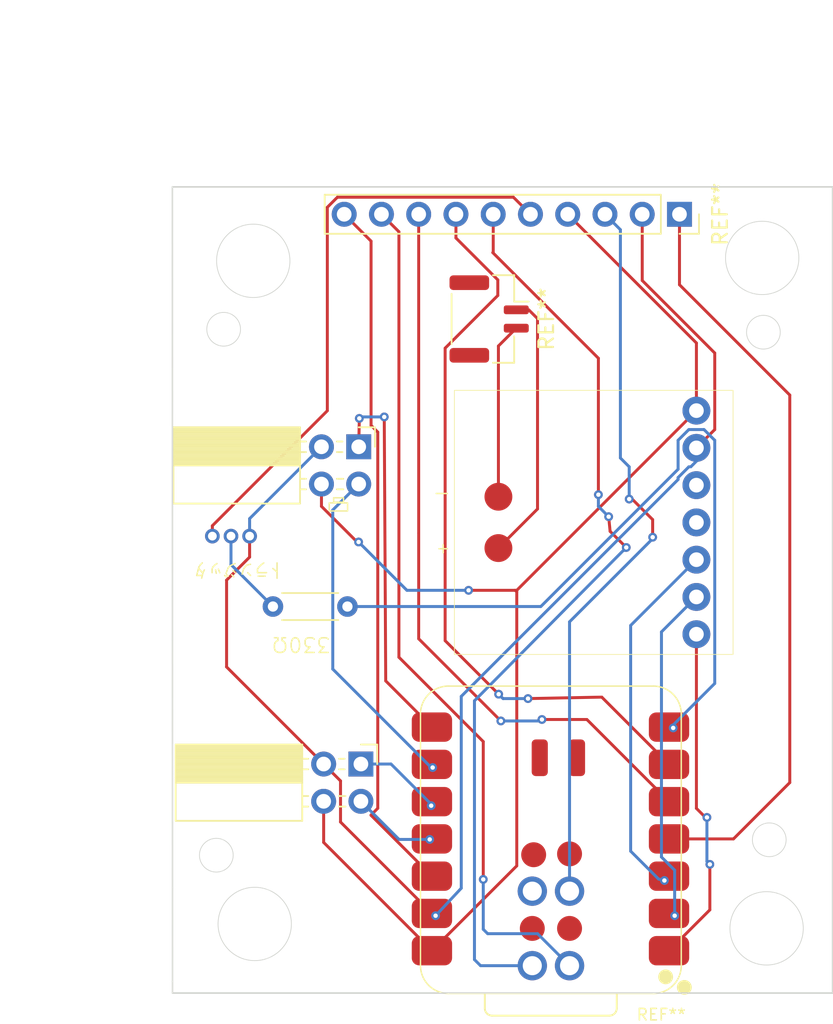
<source format=kicad_pcb>
(kicad_pcb (version 20240108) (generator "pcbnew") (generator_version "8.0")
  (layers (0 "F.Cu" signal) (31 "B.Cu" signal) (34 "B.Paste" user) (35 "F.Paste" user) (36 "B.SilkS" user "B.Silkscreen") (37 "F.SilkS" user "F.Silkscreen") (38 "B.Mask" user) (39 "F.Mask" user) (44 "Edge.Cuts" user))
  (net 0 "")
  (net 1 "5V")
  (net 2 "GND")
  (net 3 "1")
  (net 4 "2")
  (net 5 "3")
  (net 6 "4")
  (net 7 "5")
  (net 8 "6")
  (net 9 "7")
  (net 10 "8")
  (net 11 "9")
  (net 12 "10")
  (net 13 "11")
  (net 14 "IR")
  (net 15 "A_GND")
  (net 16 "A_V")
  (net 17 "3.3V")
  (net 18 "R_T")
  (net 19 "13")
  (net 20 "14")
  (net 21 "15")
  (footprint "" (layer "F.Cu") (at 211.392767 86.724 -90)
    (property "Reference" "4" (hide yes))
    (property "Value" "" (hide yes))
    (pad "6" thru_hole circle (at -1.369 -14.35 90) (size 1.9 1.9) (drill 1) (layers "*.Cu" "*.Mask") (net 5 "3"))
  )
  (footprint "Connector_PinSocket_2.54mm:PinSocket_2x02_P2.54mm_Horizontal" (layer "F.Cu") (at 202.867767 99.285)
    (property "Reference" "dadada" (hide yes))
    (property "Value" "PinSocket_2x02_P2.54mm_Horizontal")
    (fp_line (start -12.63 -1.33) (end -12.63 3.87) (stroke (width 0.12)) (layer "F.SilkS"))
    (fp_line (start -12.63 -1.33) (end -4 -1.33) (stroke (width 0.12)) (layer "F.SilkS"))
    (fp_line (start -12.63 -1.21) (end -4 -1.21) (stroke (width 0.12)) (layer "F.SilkS"))
    (fp_line (start -12.63 -1.091905) (end -4 -1.091905) (stroke (width 0.12)) (layer "F.SilkS"))
    (fp_line (start -12.63 -0.97381) (end -4 -0.97381) (stroke (width 0.12)) (layer "F.SilkS"))
    (fp_line (start -12.63 -0.855715) (end -4 -0.855715) (stroke (width 0.12)) (layer "F.SilkS"))
    (fp_line (start -12.63 -0.73762) (end -4 -0.73762) (stroke (width 0.12)) (layer "F.SilkS"))
    (fp_line (start -12.63 -0.619525) (end -4 -0.619525) (stroke (width 0.12)) (layer "F.SilkS"))
    (fp_line (start -12.63 -0.50143) (end -4 -0.50143) (stroke (width 0.12)) (layer "F.SilkS"))
    (fp_line (start -12.63 -0.383335) (end -4 -0.383335) (stroke (width 0.12)) (layer "F.SilkS"))
    (fp_line (start -12.63 -0.26524) (end -4 -0.26524) (stroke (width 0.12)) (layer "F.SilkS"))
    (fp_line (start -12.63 -0.147145) (end -4 -0.147145) (stroke (width 0.12)) (layer "F.SilkS"))
    (fp_line (start -12.63 -0.02905) (end -4 -0.02905) (stroke (width 0.12)) (layer "F.SilkS"))
    (fp_line (start -12.63 0.089045) (end -4 0.089045) (stroke (width 0.12)) (layer "F.SilkS"))
    (fp_line (start -12.63 0.20714) (end -4 0.20714) (stroke (width 0.12)) (layer "F.SilkS"))
    (fp_line (start -12.63 0.325235) (end -4 0.325235) (stroke (width 0.12)) (layer "F.SilkS"))
    (fp_line (start -12.63 0.44333) (end -4 0.44333) (stroke (width 0.12)) (layer "F.SilkS"))
    (fp_line (start -12.63 0.561425) (end -4 0.561425) (stroke (width 0.12)) (layer "F.SilkS"))
    (fp_line (start -12.63 0.67952) (end -4 0.67952) (stroke (width 0.12)) (layer "F.SilkS"))
    (fp_line (start -12.63 0.797615) (end -4 0.797615) (stroke (width 0.12)) (layer "F.SilkS"))
    (fp_line (start -12.63 0.91571) (end -4 0.91571) (stroke (width 0.12)) (layer "F.SilkS"))
    (fp_line (start -12.63 1.033805) (end -4 1.033805) (stroke (width 0.12)) (layer "F.SilkS"))
    (fp_line (start -12.63 1.1519) (end -4 1.1519) (stroke (width 0.12)) (layer "F.SilkS"))
    (fp_line (start -12.63 1.27) (end -4 1.27) (stroke (width 0.12)) (layer "F.SilkS"))
    (fp_line (start -12.63 3.87) (end -4 3.87) (stroke (width 0.12)) (layer "F.SilkS"))
    (fp_line (start -4 -1.33) (end -4 3.87) (stroke (width 0.12)) (layer "F.SilkS"))
    (fp_line (start -4 -0.36) (end -3.59 -0.36) (stroke (width 0.12)) (layer "F.SilkS"))
    (fp_line (start -4 0.36) (end -3.59 0.36) (stroke (width 0.12)) (layer "F.SilkS"))
    (fp_line (start -4 2.18) (end -3.59 2.18) (stroke (width 0.12)) (layer "F.SilkS"))
    (fp_line (start -4 2.9) (end -3.59 2.9) (stroke (width 0.12)) (layer "F.SilkS"))
    (fp_line (start -1.49 -0.36) (end -1.11 -0.36) (stroke (width 0.12)) (layer "F.SilkS"))
    (fp_line (start -1.49 0.36) (end -1.11 0.36) (stroke (width 0.12)) (layer "F.SilkS"))
    (fp_line (start -1.49 2.18) (end -1.05 2.18) (stroke (width 0.12)) (layer "F.SilkS"))
    (fp_line (start -1.49 2.9) (end -1.05 2.9) (stroke (width 0.12)) (layer "F.SilkS"))
    (fp_line (start 0 -1.33) (end 1.11 -1.33) (stroke (width 0.12)) (layer "F.SilkS"))
    (fp_line (start 1.11 -1.33) (end 1.11 0) (stroke (width 0.12)) (layer "F.SilkS"))
    (pad "1" thru_hole rect (at 0 0) (size 1.7 1.7) (drill 1) (layers "*.Cu" "*.Mask") (net 12 "10"))
    (pad "2" thru_hole oval (at -2.54 0) (size 1.7 1.7) (drill 1) (layers "*.Cu" "*.Mask") (net 2 "GND"))
    (pad "3" thru_hole oval (at 0 2.54) (size 1.7 1.7) (drill 1) (layers "*.Cu" "*.Mask") (net 13 "11"))
    (pad "4" thru_hole oval (at -2.54 2.54) (size 1.7 1.7) (drill 1) (layers "*.Cu" "*.Mask") (net 1 "5V"))
  )
  (footprint "" (layer "F.Cu") (at 195.279367 83.7485 180)
    (property "Reference" "" (at 0 0 0) (layer "F.SilkS") (effects (font (size 1.27 1.27))))
    (property "Value" "")
    (pad "" thru_hole circle (at 0 0) (size 1 1) (drill 0.6) (layers "*.Cu" "*.Mask") (net 2 "GND"))
  )
  (footprint "" (layer "F.Cu") (at 211.392767 81.644 -90)
    (property "Reference" "2" (hide yes))
    (property "Value" "" (hide yes))
    (pad "6" thru_hole circle (at -1.369 -14.35 90) (size 1.9 1.9) (drill 1) (layers "*.Cu" "*.Mask"))
  )
  (footprint "" (layer "F.Cu") (at 194.009367 83.7485 180)
    (property "Reference" "8" (hide yes))
    (property "Value" "")
    (pad "" thru_hole circle (at 0 0) (size 1 1) (drill 0.6) (layers "*.Cu" "*.Mask") (net 18 "R_T"))
  )
  (footprint "Connector_PinSocket_2.54mm:PinSocket_1x10_P2.54mm_Vertical" (layer "F.Cu") (at 224.587767 61.81 -90)
    (property "Reference" "REF**" (at 0 -2.77 90) (layer "F.SilkS"))
    (property "Value" "PinSocket_1x10_P2.54mm_Vertical")
    (fp_line (start -1.33 24.19) (end 1.33 24.19) (stroke (width 0.12)) (layer "F.SilkS"))
    (fp_line (start -1.33 1.27) (end -1.33 24.19) (stroke (width 0.12)) (layer "F.SilkS"))
    (fp_line (start -1.33 1.27) (end 1.33 1.27) (stroke (width 0.12)) (layer "F.SilkS"))
    (fp_line (start 1.33 1.27) (end 1.33 24.19) (stroke (width 0.12)) (layer "F.SilkS"))
    (fp_line (start 0 -1.33) (end 1.33 -1.33) (stroke (width 0.12)) (layer "F.SilkS"))
    (fp_line (start 1.33 -1.33) (end 1.33 0) (stroke (width 0.12)) (layer "F.SilkS"))
    (pad "" thru_hole oval (at 0 7.62 270) (size 1.7 1.7) (drill 1) (layers "*.Cu" "*.Mask") (net 1 "5V"))
    (pad "1" thru_hole rect (at 0 0 270) (size 1.7 1.7) (drill 1) (layers "*.Cu" "*.Mask") (net 6 "4"))
    (pad "2" thru_hole oval (at 0 2.54 270) (size 1.7 1.7) (drill 1) (layers "*.Cu" "*.Mask") (net 2 "GND"))
    (pad "3" thru_hole oval (at 0 5.08 270) (size 1.7 1.7) (drill 1) (layers "*.Cu" "*.Mask") (net 21 "15"))
    (pad "5" thru_hole oval (at 0 10.16 270) (size 1.7 1.7) (drill 1) (layers "*.Cu" "*.Mask") (net 14 "IR"))
    (pad "6" thru_hole oval (at 0 12.7 270) (size 1.7 1.7) (drill 1) (layers "*.Cu" "*.Mask") (net 20 "14"))
    (pad "7" thru_hole oval (at 0 15.24 270) (size 1.7 1.7) (drill 1) (layers "*.Cu" "*.Mask") (net 8 "6"))
    (pad "8" thru_hole oval (at 0 17.78 270) (size 1.7 1.7) (drill 1) (layers "*.Cu" "*.Mask") (net 7 "5"))
    (pad "9" thru_hole oval (at 0 20.32 270) (size 1.7 1.7) (drill 1) (layers "*.Cu" "*.Mask") (net 19 "13"))
    (pad "10" thru_hole oval (at 0 22.86 270) (size 1.7 1.7) (drill 1) (layers "*.Cu" "*.Mask") (net 17 "3.3V"))
  )
  (footprint "" (layer "F.Cu") (at 211.392767 89.264 -90)
    (property "Reference" "5" (hide yes))
    (property "Value" "" (hide yes))
    (pad "6" thru_hole circle (at -1.369 -14.35 90) (size 1.9 1.9) (drill 1) (layers "*.Cu" "*.Mask") (net 4 "2"))
  )
  (footprint "" (layer "F.Cu") (at 211.392767 84.184 -90)
    (property "Reference" "3" (hide yes))
    (property "Value" "" (hide yes))
    (pad "6" thru_hole circle (at -1.369 -14.35 90) (size 1.9 1.9) (drill 1) (layers "*.Cu" "*.Mask"))
  )
  (footprint "" (layer "F.Cu") (at 211.392767 91.804 -90)
    (property "Reference" "6" (hide yes))
    (property "Value" "")
    (pad "6" thru_hole circle (at -1.369 -14.35 90) (size 1.9 1.9) (drill 1) (layers "*.Cu" "*.Mask") (net 3 "1"))
  )
  (footprint "Resistor_THT:R_Axial_DIN0204_L3.6mm_D1.6mm_P5.08mm_Horizontal" (layer "F.Cu") (at 201.949367 88.5485 180)
    (property "Reference" "REF**" (hide yes))
    (property "Value" "R_Axial_DIN0204_L3.6mm_D1.6mm_P5.08mm_Horizontal")
    (fp_line (start 0.62 0.92) (end 4.46 0.92) (stroke (width 0.12)) (layer "F.SilkS"))
    (fp_line (start 0.62 -0.92) (end 4.46 -0.92) (stroke (width 0.12)) (layer "F.SilkS"))
    (pad "1" thru_hole circle (at 0 0 180) (size 1.4 1.4) (drill 0.7) (layers "*.Cu" "*.Mask") (net 9 "7"))
    (pad "2" thru_hole oval (at 5.08 0 180) (size 1.4 1.4) (drill 0.7) (layers "*.Cu" "*.Mask") (net 18 "R_T"))
  )
  (footprint "" (layer "F.Cu") (at 199.067767 85.383 -90)
    (property "Reference" "7" (hide yes))
    (property "Value" "" (hide yes))
    (pad "6" smd circle (at -0.819 -13.175 90) (size 1.9 1.9) (layers "F.Cu" "F.Mask") (net 15 "A_GND"))
  )
  (footprint "_kicad_footprints:XIAO-ESP32C6-SMD" (layer "F.Cu") (at 215.592767 104.41 180)
    (property "Reference" "REF**" (at -9.5 -11.5 0) (layer "F.SilkS") (effects (font (size 0.78232 0.78232) (thickness 0.10668)) (justify right top)))
    (property "Value" "XIAO-ESP32-C6-SMD")
    (fp_line (start 8.6634 8.5345) (end 8.6634 -8.6105) (stroke (width 0.1)) (layer "F.SilkS"))
    (fp_line (start 6.7584 -10.5155) (end -7.2116 -10.5155) (stroke (width 0.1)) (layer "F.SilkS"))
    (fp_line (start 4.2774 -11.5255) (end 4.2774 -10.5155) (stroke (width 0.127)) (layer "F.SilkS"))
    (fp_line (start -4.217872 -12.0255) (end 3.7774 -12.0255) (stroke (width 0.127)) (layer "F.SilkS"))
    (fp_line (start -4.7216 -10.5155) (end -4.717872 -11.525772) (stroke (width 0.127)) (layer "F.SilkS"))
    (fp_line (start -7.2116 10.4395) (end 6.7584 10.4395) (stroke (width 0.1)) (layer "F.SilkS"))
    (fp_line (start -9.1166 8.5345) (end -9.1166 -8.6105) (stroke (width 0.1)) (layer "F.SilkS"))
    (fp_arc (start 8.6634 8.5345) (mid 8.105438 9.881538) (end 6.7584 10.4395) (stroke (width 0.1)) (layer "F.SilkS"))
    (fp_arc (start 6.7584 -10.5155) (mid 8.105438 -9.957538) (end 8.6634 -8.6105) (stroke (width 0.1)) (layer "F.SilkS"))
    (fp_arc (start 3.7774 -12.0255) (mid 4.130953 -11.879053) (end 4.2774 -11.5255) (stroke (width 0.127)) (layer "F.SilkS"))
    (fp_arc (start -4.717872 -11.525772) (mid -4.571324 -11.879144) (end -4.217872 -12.0255) (stroke (width 0.127)) (layer "F.SilkS"))
    (fp_arc (start -7.2116 10.4395) (mid -8.558638 9.881538) (end -9.1166 8.5345) (stroke (width 0.1)) (layer "F.SilkS"))
    (fp_arc (start -9.1166 -8.6145) (mid -8.558638 -9.961538) (end -7.2116 -10.5195) (stroke (width 0.1)) (layer "F.SilkS"))
    (fp_circle (center -8.0526 -9.3825) (end -8.0526 -9.6365) (stroke (width 0.5)) (fill solid) (layer "F.SilkS"))
    (fp_circle (center -9.3266 -10.0995) (end -9.3266 -10.3535) (stroke (width 0.5)) (fill solid) (layer "F.SilkS"))
    (pad "1" smd roundrect (at -8.2816 -7.5985 180) (size 2.75 2) (layers "F.Cu" "F.Paste" "F.Mask") (net 3 "1"))
    (pad "2" smd roundrect (at -8.2816 -5.0585 180) (size 2.75 2) (layers "F.Cu" "F.Paste" "F.Mask") (net 4 "2"))
    (pad "3" smd roundrect (at -8.2816 -2.5185 180) (size 2.75 2) (layers "F.Cu" "F.Paste" "F.Mask") (net 5 "3"))
    (pad "4" smd roundrect (at -8.2816 0.0215 180) (size 2.75 2) (layers "F.Cu" "F.Paste" "F.Mask") (net 6 "4"))
    (pad "5" smd roundrect (at -8.2816 2.5615 180) (size 2.75 2) (layers "F.Cu" "F.Paste" "F.Mask") (net 7 "5"))
    (pad "6" smd roundrect (at -8.2816 5.1015 180) (size 2.75 2) (layers "F.Cu" "F.Paste" "F.Mask") (net 8 "6"))
    (pad "7" smd roundrect (at -8.2816 7.6415 180) (size 2.75 2) (layers "F.Cu" "F.Paste" "F.Mask") (net 9 "7"))
    (pad "8" smd roundrect (at 7.8834 7.6415 180) (size 2.75 2) (layers "F.Cu" "F.Paste" "F.Mask") (net 10 "8"))
    (pad "9" smd roundrect (at 7.8834 5.1015 180) (size 2.75 2) (layers "F.Cu" "F.Paste" "F.Mask") (net 11 "9"))
    (pad "10" smd roundrect (at 7.8834 2.5615 180) (size 2.75 2) (layers "F.Cu" "F.Paste" "F.Mask") (net 12 "10"))
    (pad "11" smd roundrect (at 7.8834 0.0215 180) (size 2.75 2) (layers "F.Cu" "F.Paste" "F.Mask") (net 13 "11"))
    (pad "12" smd roundrect (at 7.8834 -2.5185 180) (size 2.75 2) (layers "F.Cu" "F.Paste" "F.Mask") (net 17 "3.3V"))
    (pad "13" smd roundrect (at 7.8834 -5.0585 180) (size 2.75 2) (layers "F.Cu" "F.Paste" "F.Mask") (net 2 "GND"))
    (pad "14" smd roundrect (at 7.8834 -7.5985 180) (size 2.75 2) (layers "F.Cu" "F.Paste" "F.Mask") (net 1 "5V"))
    (pad "15" smd roundrect (at -2.008 5.5532 90) (size 2.5 1.1) (layers "F.Cu" "F.Paste" "F.Mask"))
    (pad "16" smd roundrect (at 0.532 5.5532 90) (size 2.5 1.1) (layers "F.Cu" "F.Paste" "F.Mask"))
    (pad "17" thru_hole circle (at -1.5 -8.62 180) (size 2 2) (drill 1.3) (layers "*.Cu" "*.Mask") (net 19 "13"))
    (pad "18" thru_hole circle (at 1.04 -8.62 180) (size 2 2) (drill 1.3) (layers "*.Cu" "*.Mask") (net 20 "14"))
    (pad "19" smd circle (at -1.5 -6.08 180) (size 1.7 1.7) (layers "F.Cu" "F.Paste" "F.Mask"))
    (pad "20" smd circle (at 1.04 -6.08 180) (size 1.7 1.7) (layers "F.Cu" "F.Paste" "F.Mask"))
    (pad "21" thru_hole circle (at -1.5 -3.54 180) (size 2 2) (drill 1.3) (layers "*.Cu" "*.Mask") (net 21 "15"))
    (pad "22" thru_hole circle (at 1.04 -3.54 180) (size 2 2) (drill 1.3) (layers "*.Cu" "*.Mask"))
    (pad "23" smd circle (at -1.5 -1 180) (size 1.7 1.7) (layers "F.Cu" "F.Paste" "F.Mask"))
    (pad "24" smd circle (at 0.9474 -1.0568 180) (size 1.7 1.7) (layers "F.Cu" "F.Paste" "F.Mask"))
  )
  (footprint "Connector_JST:JST_GH_SM02B-GHS-TB_1x02-1MP_P1.25mm_Horizontal" (layer "F.Cu") (at 211.609367 68.9485 -90)
    (property "Reference" "REF**" (at 0 -3.9 90) (layer "F.SilkS"))
    (property "Value" "JST_GH_SM02B-GHS-TB_1x02-1MP_P1.25mm_Horizontal")
    (fp_line (start -1.715 2.56) (end 1.715 2.56) (stroke (width 0.12)) (layer "F.SilkS"))
    (fp_line (start -2.985 -0.26) (end -2.985 -1.71) (stroke (width 0.12)) (layer "F.SilkS"))
    (fp_line (start 2.985 -0.26) (end 2.985 -1.71) (stroke (width 0.12)) (layer "F.SilkS"))
    (fp_line (start -2.985 -1.71) (end -1.185 -1.71) (stroke (width 0.12)) (layer "F.SilkS"))
    (fp_line (start -1.185 -1.71) (end -1.185 -2.7) (stroke (width 0.12)) (layer "F.SilkS"))
    (fp_line (start 2.985 -1.71) (end 1.185 -1.71) (stroke (width 0.12)) (layer "F.SilkS"))
    (pad "1" smd roundrect (at -0.625 -1.85 270) (size 0.6 1.7) (layers "F.Cu" "F.Paste" "F.Mask") (net 15 "A_GND"))
    (pad "2" smd roundrect (at 0.625 -1.85 270) (size 0.6 1.7) (layers "F.Cu" "F.Paste" "F.Mask") (net 16 "A_V"))
    (pad "MP" smd roundrect (at -2.475 1.35 270) (size 1 2.7) (layers "F.Cu" "F.Paste" "F.Mask"))
    (pad "MP" smd roundrect (at 2.475 1.35 270) (size 1 2.7) (layers "F.Cu" "F.Paste" "F.Mask"))
  )
  (footprint "" (layer "F.Cu") (at 199.067767 81.883 -90)
    (property "Reference" "2" (hide yes))
    (property "Value" "" (hide yes))
    (pad "6" smd circle (at -0.819 -13.175 90) (size 1.9 1.9) (layers "F.Cu" "F.Mask") (net 16 "A_V"))
  )
  (footprint "" (layer "F.Cu") (at 211.392767 79.104 -90)
    (property "Reference" "1" (hide yes))
    (property "Value" "" (hide yes))
    (pad "6" thru_hole circle (at -1.369 -14.35 90) (size 1.9 1.9) (drill 1) (layers "*.Cu" "*.Mask") (net 2 "GND"))
  )
  (footprint "" (layer "F.Cu") (at 192.739367 83.7485 180)
    (property "Reference" "9" (hide yes))
    (property "Value" "")
    (pad "" thru_hole circle (at 0 0) (size 1 1) (drill 0.6) (layers "*.Cu" "*.Mask") (net 14 "IR"))
  )
  (footprint "Connector_PinSocket_2.54mm:PinSocket_2x02_P2.54mm_Horizontal" (layer "F.Cu") (at 202.717767 77.66)
    (property "Reference" "dawdad" (hide yes))
    (property "Value" "PinSocket_2x02_P2.54mm_Horizontal")
    (fp_line (start -12.63 -1.33) (end -12.63 3.87) (stroke (width 0.12)) (layer "F.SilkS"))
    (fp_line (start -12.63 -1.33) (end -4 -1.33) (stroke (width 0.12)) (layer "F.SilkS"))
    (fp_line (start -12.63 -1.21) (end -4 -1.21) (stroke (width 0.12)) (layer "F.SilkS"))
    (fp_line (start -12.63 -1.091905) (end -4 -1.091905) (stroke (width 0.12)) (layer "F.SilkS"))
    (fp_line (start -12.63 -0.97381) (end -4 -0.97381) (stroke (width 0.12)) (layer "F.SilkS"))
    (fp_line (start -12.63 -0.855715) (end -4 -0.855715) (stroke (width 0.12)) (layer "F.SilkS"))
    (fp_line (start -12.63 -0.73762) (end -4 -0.73762) (stroke (width 0.12)) (layer "F.SilkS"))
    (fp_line (start -12.63 -0.619525) (end -4 -0.619525) (stroke (width 0.12)) (layer "F.SilkS"))
    (fp_line (start -12.63 -0.50143) (end -4 -0.50143) (stroke (width 0.12)) (layer "F.SilkS"))
    (fp_line (start -12.63 -0.383335) (end -4 -0.383335) (stroke (width 0.12)) (layer "F.SilkS"))
    (fp_line (start -12.63 -0.26524) (end -4 -0.26524) (stroke (width 0.12)) (layer "F.SilkS"))
    (fp_line (start -12.63 -0.147145) (end -4 -0.147145) (stroke (width 0.12)) (layer "F.SilkS"))
    (fp_line (start -12.63 -0.02905) (end -4 -0.02905) (stroke (width 0.12)) (layer "F.SilkS"))
    (fp_line (start -12.63 0.089045) (end -4 0.089045) (stroke (width 0.12)) (layer "F.SilkS"))
    (fp_line (start -12.63 0.20714) (end -4 0.20714) (stroke (width 0.12)) (layer "F.SilkS"))
    (fp_line (start -12.63 0.325235) (end -4 0.325235) (stroke (width 0.12)) (layer "F.SilkS"))
    (fp_line (start -12.63 0.44333) (end -4 0.44333) (stroke (width 0.12)) (layer "F.SilkS"))
    (fp_line (start -12.63 0.561425) (end -4 0.561425) (stroke (width 0.12)) (layer "F.SilkS"))
    (fp_line (start -12.63 0.67952) (end -4 0.67952) (stroke (width 0.12)) (layer "F.SilkS"))
    (fp_line (start -12.63 0.797615) (end -4 0.797615) (stroke (width 0.12)) (layer "F.SilkS"))
    (fp_line (start -12.63 0.91571) (end -4 0.91571) (stroke (width 0.12)) (layer "F.SilkS"))
    (fp_line (start -12.63 1.033805) (end -4 1.033805) (stroke (width 0.12)) (layer "F.SilkS"))
    (fp_line (start -12.63 1.1519) (end -4 1.1519) (stroke (width 0.12)) (layer "F.SilkS"))
    (fp_line (start -12.63 1.27) (end -4 1.27) (stroke (width 0.12)) (layer "F.SilkS"))
    (fp_line (start -12.63 3.87) (end -4 3.87) (stroke (width 0.12)) (layer "F.SilkS"))
    (fp_line (start -4 -1.33) (end -4 3.87) (stroke (width 0.12)) (layer "F.SilkS"))
    (fp_line (start -4 -0.36) (end -3.59 -0.36) (stroke (width 0.12)) (layer "F.SilkS"))
    (fp_line (start -4 0.36) (end -3.59 0.36) (stroke (width 0.12)) (layer "F.SilkS"))
    (fp_line (start -4 2.18) (end -3.59 2.18) (stroke (width 0.12)) (layer "F.SilkS"))
    (fp_line (start -4 2.9) (end -3.59 2.9) (stroke (width 0.12)) (layer "F.SilkS"))
    (fp_line (start -1.49 -0.36) (end -1.11 -0.36) (stroke (width 0.12)) (layer "F.SilkS"))
    (fp_line (start -1.49 0.36) (end -1.11 0.36) (stroke (width 0.12)) (layer "F.SilkS"))
    (fp_line (start -1.49 2.18) (end -1.05 2.18) (stroke (width 0.12)) (layer "F.SilkS"))
    (fp_line (start -1.49 2.9) (end -1.05 2.9) (stroke (width 0.12)) (layer "F.SilkS"))
    (fp_line (start 0 -1.33) (end 1.11 -1.33) (stroke (width 0.12)) (layer "F.SilkS"))
    (fp_line (start 1.11 -1.33) (end 1.11 0) (stroke (width 0.12)) (layer "F.SilkS"))
    (pad "1" thru_hole rect (at 0 0) (size 1.7 1.7) (drill 1) (layers "*.Cu" "*.Mask") (net 10 "8"))
    (pad "2" thru_hole oval (at -2.54 0) (size 1.7 1.7) (drill 1) (layers "*.Cu" "*.Mask") (net 2 "GND"))
    (pad "2" thru_hole oval (at -2.54 2.54) (size 1.7 1.7) (drill 1) (layers "*.Cu" "*.Mask") (net 1 "5V"))
    (pad "eeeeee" thru_hole oval (at 0 2.54) (size 1.7 1.7) (drill 1) (layers "*.Cu" "*.Mask") (net 11 "9"))
  )
  (footprint "" (layer "F.Cu") (at 211.392767 76.564 -90)
    (property "Reference" "" (at 0 0 90) (layer "F.SilkS") (effects (font (size 1.27 1.27))))
    (property "Value" "")
    (pad "6" thru_hole circle (at -1.369 -14.35 90) (size 1.9 1.9) (drill 1) (layers "*.Cu" "*.Mask") (net 1 "5V"))
  )
  (gr_rect (start 200.707767 81.485) (end 201.957767 82.035) (stroke (width 0.1)) (fill none) (layer "F.SilkS"))
  (gr_rect (start 201.007767 81.135) (end 201.682767 81.435) (stroke (width 0.1)) (fill none) (layer "F.SilkS"))
  (gr_rect (start 209.242767 73.814) (end 228.242767 91.814) (stroke (width 0.05)) (fill none) (layer "F.SilkS"))
  (gr_circle (center 195.527767 64.985) (end 193.027767 64.985) (stroke (width 0.05)) (fill none) (layer "Edge.Cuts"))
  (gr_line (start 190.022767 114.895) (end 190.022657 114.110004) (stroke (width 0.1)) (layer "Edge.Cuts"))
  (gr_circle (center 193.509367 69.6485) (end 194.659367 69.6485) (stroke (width 0.05)) (fill none) (layer "Edge.Cuts"))
  (gr_circle (center 230.309367 69.8485) (end 231.459367 69.8485) (stroke (width 0.05)) (fill none) (layer "Edge.Cuts"))
  (gr_circle (center 230.227767 64.785) (end 227.727767 64.785) (stroke (width 0.05)) (fill none) (layer "Edge.Cuts"))
  (gr_line (start 235.022767 59.945001) (end 235.022767 114.895) (stroke (width 0.1)) (layer "Edge.Cuts"))
  (gr_line (start 235.022767 114.895) (end 190.022767 114.895) (stroke (width 0.1)) (layer "Edge.Cuts"))
  (gr_line (start 190.047767 107.71) (end 190.047767 107.71) (stroke (width 0.05)) (layer "Edge.Cuts"))
  (gr_circle (center 230.527767 110.485) (end 228.027767 110.485) (stroke (width 0.05)) (fill none) (layer "Edge.Cuts"))
  (gr_circle (center 195.627767 110.185) (end 193.127767 110.185) (stroke (width 0.05)) (fill none) (layer "Edge.Cuts"))
  (gr_line (start 190.022657 114.110004) (end 190.015095 59.945001) (stroke (width 0.1)) (layer "Edge.Cuts"))
  (gr_line (start 190.015095 59.945001) (end 235.022767 59.945001) (stroke (width 0.1)) (layer "Edge.Cuts"))
  (gr_circle (center 230.709367 104.4485) (end 231.859367 104.4485) (stroke (width 0.05)) (fill none) (layer "Edge.Cuts"))
  (gr_circle (center 193.009367 105.4985) (end 194.159367 105.4985) (stroke (width 0.05)) (fill none) (layer "Edge.Cuts"))
  (gr_text "" (at 196.817767 74.66 0) (layer "F.SilkS") (effects (font (size 1.27 1.27))))
  (gr_text "＋" (at 209.067767 83.91 180) (layer "F.SilkS") (effects (font (size 1 1) (thickness 0.1)) (justify left bottom)))
  (gr_text "-" (at 209.067767 80.335 180) (layer "F.SilkS") (effects (font (size 1 1) (thickness 0.1)) (justify left bottom)))
  (gr_text "トランジッタ" (at 197.739367 85.3985 180) (layer "F.SilkS") (effects (font (size 1 1) (thickness 0.1)) (justify left bottom)))
  (gr_text "330Ω" (at 200.844367 90.5485 180) (layer "F.SilkS") (effects (font (size 1 1) (thickness 0.1)) (justify left bottom)))
  (segment (start 200.327767 104.6269) (end 200.327767 101.825) (width 0.2) (layer "F.Cu") (net 1))
  (segment (start 225.742767 70.585) (end 216.967767 61.81) (width 0.2) (layer "F.Cu") (net 1))
  (segment (start 207.709367 112.0085) (end 213.495367 106.2225) (width 0.2) (layer "F.Cu") (net 1))
  (segment (start 200.177767 80.2) (end 200.177767 81.7169) (width 0.2) (layer "F.Cu") (net 1))
  (segment (start 225.742767 75.195) (end 225.742767 70.585) (width 0.2) (layer "F.Cu") (net 1))
  (segment (start 207.709367 112.0085) (end 200.327767 104.6269) (width 0.2) (layer "F.Cu") (net 1))
  (segment (start 202.709367 84.1485) (end 202.709367 84.2485) (width 0.2) (layer "F.Cu") (net 1))
  (segment (start 202.709367 84.2485) (end 202.609367 84.1485) (width 0.2) (layer "F.Cu") (net 1))
  (segment (start 213.495367 106.2225) (end 213.495367 87.5485) (width 0.2) (layer "F.Cu") (net 1))
  (segment (start 213.495367 87.4424) (end 225.742767 75.195) (width 0.2) (layer "F.Cu") (net 1))
  (segment (start 213.389267 87.4424) (end 213.495367 87.5485) (width 0.2) (layer "F.Cu") (net 1))
  (segment (start 213.495367 87.5485) (end 213.495367 87.4424) (width 0.2) (layer "F.Cu") (net 1))
  (segment (start 202.609367 84.1485) (end 202.709367 84.1485) (width 0.2) (layer "F.Cu") (net 1))
  (segment (start 210.209367 87.4424) (end 213.389267 87.4424) (width 0.2) (layer "F.Cu") (net 1))
  (segment (start 200.177767 81.7169) (end 202.609367 84.1485) (width 0.2) (layer "F.Cu") (net 1))
  (via (at 202.709367 84.1485) (size 0.6) (drill 0.3) (layers "F.Cu" "B.Cu") (net 1))
  (via (at 210.209367 87.4424) (size 0.6) (drill 0.3) (layers "F.Cu" "B.Cu") (net 1))
  (segment (start 206.003267 87.4424) (end 202.709367 84.1485) (width 0.2) (layer "B.Cu") (net 1))
  (segment (start 210.209367 87.4424) (end 206.003267 87.4424) (width 0.2) (layer "B.Cu") (net 1))
  (segment (start 193.709367 86.7485) (end 195.279367 85.1785) (width 0.2) (layer "F.Cu") (net 2))
  (segment (start 226.992767 76.485) (end 225.742767 77.735) (width 0.2) (layer "F.Cu") (net 2))
  (segment (start 201.477767 103.2369) (end 201.477767 100.435) (width 0.2) (layer "F.Cu") (net 2))
  (segment (start 195.279367 85.1785) (end 195.279367 83.7485) (width 0.2) (layer "F.Cu") (net 2))
  (segment (start 193.709367 92.6666) (end 193.709367 86.7485) (width 0.2) (layer "F.Cu") (net 2))
  (segment (start 201.477767 100.435) (end 200.327767 99.285) (width 0.2) (layer "F.Cu") (net 2))
  (segment (start 207.709367 109.4685) (end 201.477767 103.2369) (width 0.2) (layer "F.Cu") (net 2))
  (segment (start 200.327767 99.285) (end 193.709367 92.6666) (width 0.2) (layer "F.Cu") (net 2))
  (segment (start 222.047767 66.324314) (end 226.992767 71.269314) (width 0.2) (layer "F.Cu") (net 2))
  (segment (start 222.047767 61.81) (end 222.047767 66.324314) (width 0.2) (layer "F.Cu") (net 2))
  (segment (start 226.992767 71.269314) (end 226.992767 76.485) (width 0.2) (layer "F.Cu") (net 2))
  (via (at 207.959367 109.623501) (size 0.6) (drill 0.3) (layers "F.Cu" "B.Cu") (net 2))
  (segment (start 225.225 79.025) (end 224.492767 79.757233) (width 0.2) (layer "B.Cu") (net 2))
  (segment (start 224.492767 79.757233) (end 224.492767 79.890101) (width 0.2) (layer "B.Cu") (net 2))
  (segment (start 225.742767 77.735) (end 225.742767 78.640101) (width 0.2) (layer "B.Cu") (net 2))
  (segment (start 207.959367 109.623501) (end 208.009367 109.4485) (width 0.2) (layer "B.Cu") (net 2))
  (segment (start 195.279367 83.7485) (end 195.279367 82.5584) (width 0.2) (layer "B.Cu") (net 2))
  (segment (start 225.357868 79.025) (end 225.225 79.025) (width 0.2) (layer "B.Cu") (net 2))
  (segment (start 225.742767 78.640101) (end 225.357868 79.025) (width 0.2) (layer "B.Cu") (net 2))
  (segment (start 224.492767 79.890101) (end 209.709367 94.673501) (width 0.2) (layer "B.Cu") (net 2))
  (segment (start 195.279367 82.5584) (end 200.177767 77.66) (width 0.2) (layer "B.Cu") (net 2))
  (segment (start 209.709367 94.673501) (end 209.709367 107.7485) (width 0.2) (layer "B.Cu") (net 2))
  (segment (start 209.709367 107.7485) (end 207.959367 109.623501) (width 0.2) (layer "B.Cu") (net 2))
  (segment (start 226.359367 102.923501) (end 226.459367 102.923501) (width 0.2) (layer "F.Cu") (net 3))
  (segment (start 223.874367 112.0085) (end 226.659367 109.2235) (width 0.2) (layer "F.Cu") (net 3))
  (segment (start 226.659367 106.123501) (end 226.659367 106.223501) (width 0.2) (layer "F.Cu") (net 3))
  (segment (start 226.659367 109.2235) (end 226.659367 106.123501) (width 0.2) (layer "F.Cu") (net 3))
  (segment (start 225.742767 102.306901) (end 226.359367 102.923501) (width 0.2) (layer "F.Cu") (net 3))
  (segment (start 226.459367 102.923501) (end 226.459367 103.023501) (width 0.2) (layer "F.Cu") (net 3))
  (segment (start 226.459367 103.023501) (end 226.459367 103.023501) (width 0.2) (layer "F.Cu") (net 3))
  (segment (start 225.742767 90.435) (end 225.742767 102.306901) (width 0.2) (layer "F.Cu") (net 3))
  (via (at 226.459367 102.923501) (size 0.6) (drill 0.3) (layers "F.Cu" "B.Cu") (net 3))
  (via (at 226.659367 106.123501) (size 0.6) (drill 0.3) (layers "F.Cu" "B.Cu") (net 3))
  (segment (start 226.459367 102.923501) (end 226.459367 105.923501) (width 0.2) (layer "B.Cu") (net 3))
  (segment (start 226.459367 105.923501) (end 226.659367 106.123501) (width 0.2) (layer "B.Cu") (net 3))
  (via (at 224.259367 109.623501) (size 0.6) (drill 0.3) (layers "F.Cu" "B.Cu") (net 4))
  (segment (start 223.359367 90.2784) (end 223.359367 105.623501) (width 0.2) (layer "B.Cu") (net 4))
  (segment (start 223.359367 105.623501) (end 224.259367 106.523501) (width 0.2) (layer "B.Cu") (net 4))
  (segment (start 224.259367 106.523501) (end 224.259367 109.623501) (width 0.2) (layer "B.Cu") (net 4))
  (segment (start 225.742767 87.895) (end 223.359367 90.2784) (width 0.2) (layer "B.Cu") (net 4))
  (segment (start 224.259367 109.623501) (end 224.259367 109.523501) (width 0.2) (layer "B.Cu") (net 4))
  (via (at 223.559367 107.223501) (size 0.6) (drill 0.3) (layers "F.Cu" "B.Cu") (net 5))
  (segment (start 221.259367 89.8384) (end 221.259367 105.223501) (width 0.2) (layer "B.Cu") (net 5))
  (segment (start 221.259367 105.223501) (end 223.159367 107.123501) (width 0.2) (layer "B.Cu") (net 5))
  (segment (start 225.742767 85.355) (end 221.259367 89.8384) (width 0.2) (layer "B.Cu") (net 5))
  (segment (start 223.159367 107.123501) (end 223.559367 107.223501) (width 0.2) (layer "B.Cu") (net 5))
  (segment (start 223.559367 107.223501) (end 223.459367 107.123501) (width 0.2) (layer "B.Cu") (net 5))
  (segment (start 232.109367 74.134939) (end 232.109367 100.5485) (width 0.2) (layer "F.Cu") (net 6))
  (segment (start 228.269367 104.3885) (end 223.874367 104.3885) (width 0.2) (layer "F.Cu") (net 6))
  (segment (start 224.587767 66.613339) (end 232.109367 74.134939) (width 0.2) (layer "F.Cu") (net 6))
  (segment (start 232.109367 100.5485) (end 228.269367 104.3885) (width 0.2) (layer "F.Cu") (net 6))
  (segment (start 224.587767 61.81) (end 224.587767 66.613339) (width 0.2) (layer "F.Cu") (net 6))
  (segment (start 206.807767 83.5469) (end 206.807767 90.7469) (width 0.2) (layer "F.Cu") (net 7))
  (segment (start 206.807767 61.81) (end 206.807767 83.5469) (width 0.2) (layer "F.Cu") (net 7))
  (segment (start 206.807767 90.7469) (end 212.409367 96.3485) (width 0.2) (layer "F.Cu") (net 7))
  (segment (start 223.874367 101.8485) (end 218.274367 96.2485) (width 0.2) (layer "F.Cu") (net 7))
  (segment (start 218.274367 96.2485) (end 215.209367 96.2485) (width 0.2) (layer "F.Cu") (net 7))
  (segment (start 215.209367 96.2485) (end 215.009367 96.2485) (width 0.2) (layer "F.Cu") (net 7))
  (via (at 212.409367 96.3485) (size 0.6) (drill 0.3) (layers "F.Cu" "B.Cu") (net 7))
  (via (at 215.209367 96.2485) (size 0.6) (drill 0.3) (layers "F.Cu" "B.Cu") (net 7))
  (segment (start 215.109367 96.3485) (end 215.209367 96.2485) (width 0.2) (layer "B.Cu") (net 7))
  (segment (start 212.409367 96.3485) (end 215.109367 96.3485) (width 0.2) (layer "B.Cu") (net 7))
  (segment (start 212.201525 66.280914) (end 212.201525 67.346598) (width 0.2) (layer "F.Cu") (net 8))
  (segment (start 209.347767 63.427156) (end 212.201525 66.280914) (width 0.2) (layer "F.Cu") (net 8))
  (segment (start 219.289368 94.723501) (end 214.259367 94.823501) (width 0.2) (layer "F.Cu") (net 8))
  (segment (start 223.874367 99.3085) (end 219.289368 94.723501) (width 0.2) (layer "F.Cu") (net 8))
  (segment (start 209.347767 61.81) (end 209.347767 63.427156) (width 0.2) (layer "F.Cu") (net 8))
  (segment (start 212.201525 67.346598) (end 208.609367 70.938756) (width 0.2) (layer "F.Cu") (net 8))
  (segment (start 208.609367 90.873501) (end 212.259367 94.523501) (width 0.2) (layer "F.Cu") (net 8))
  (segment (start 214.259367 94.823501) (end 214.359367 94.723501) (width 0.2) (layer "F.Cu") (net 8))
  (segment (start 208.609367 70.938756) (end 208.609367 90.873501) (width 0.2) (layer "F.Cu") (net 8))
  (via (at 214.259367 94.823501) (size 0.6) (drill 0.3) (layers "F.Cu" "B.Cu") (net 8))
  (via (at 212.259367 94.523501) (size 0.6) (drill 0.3) (layers "F.Cu" "B.Cu") (net 8))
  (segment (start 214.259367 94.823501) (end 212.559367 94.823501) (width 0.2) (layer "B.Cu") (net 8))
  (segment (start 212.559367 94.823501) (end 212.259367 94.523501) (width 0.2) (layer "B.Cu") (net 8))
  (via (at 224.159367 96.823501) (size 0.6) (drill 0.3) (layers "F.Cu" "B.Cu") (net 9))
  (segment (start 226.260534 76.485) (end 226.992767 77.217233) (width 0.2) (layer "B.Cu") (net 9))
  (segment (start 226.992767 77.217233) (end 226.992767 93.790101) (width 0.2) (layer "B.Cu") (net 9))
  (segment (start 224.492767 79.190101) (end 224.492767 77.217233) (width 0.2) (layer "B.Cu") (net 9))
  (segment (start 201.949367 88.5485) (end 215.134368 88.5485) (width 0.2) (layer "B.Cu") (net 9))
  (segment (start 215.134368 88.5485) (end 224.492767 79.190101) (width 0.2) (layer "B.Cu") (net 9))
  (segment (start 224.492767 77.217233) (end 225.225 76.485) (width 0.2) (layer "B.Cu") (net 9))
  (segment (start 226.992767 93.790101) (end 224.159367 96.623501) (width 0.2) (layer "B.Cu") (net 9))
  (segment (start 225.225 76.485) (end 226.260534 76.485) (width 0.2) (layer "B.Cu") (net 9))
  (segment (start 224.159367 96.623501) (end 224.159367 96.823501) (width 0.2) (layer "B.Cu") (net 9))
  (segment (start 202.717767 77.66) (end 202.759367 75.723501) (width 0.2) (layer "F.Cu") (net 10))
  (segment (start 204.459367 75.623501) (end 204.559367 75.623501) (width 0.2) (layer "F.Cu") (net 10))
  (segment (start 204.559367 93.6185) (end 204.459367 75.623501) (width 0.2) (layer "F.Cu") (net 10))
  (segment (start 202.759367 75.723501) (end 202.717767 75.765101) (width 0.2) (layer "F.Cu") (net 10))
  (segment (start 207.709367 96.7685) (end 204.559367 93.6185) (width 0.2) (layer "F.Cu") (net 10))
  (via (at 202.759367 75.723501) (size 0.6) (drill 0.3) (layers "F.Cu" "B.Cu") (net 10))
  (via (at 204.459367 75.623501) (size 0.6) (drill 0.3) (layers "F.Cu" "B.Cu") (net 10))
  (segment (start 202.859367 75.623501) (end 202.759367 75.723501) (width 0.2) (layer "B.Cu") (net 10))
  (segment (start 204.459367 75.623501) (end 202.859367 75.623501) (width 0.2) (layer "B.Cu") (net 10))
  (via (at 207.759367 99.523501) (size 0.6) (drill 0.3) (layers "F.Cu" "B.Cu") (net 11))
  (segment (start 200.949367 81.9684) (end 200.949367 92.813501) (width 0.2) (layer "B.Cu") (net 11))
  (segment (start 207.759367 99.623501) (end 207.659367 99.523501) (width 0.2) (layer "B.Cu") (net 11))
  (segment (start 202.717767 80.2) (end 200.949367 81.9684) (width 0.2) (layer "B.Cu") (net 11))
  (segment (start 207.659367 99.523501) (end 207.759367 99.523501) (width 0.2) (layer "B.Cu") (net 11))
  (segment (start 200.949367 92.813501) (end 207.659367 99.523501) (width 0.2) (layer "B.Cu") (net 11))
  (segment (start 207.759367 99.523501) (end 207.759367 99.623501) (width 0.2) (layer "B.Cu") (net 11))
  (via (at 207.659367 102.123501) (size 0.6) (drill 0.3) (layers "F.Cu" "B.Cu") (net 12))
  (segment (start 207.659367 102.023501) (end 207.659367 102.123501) (width 0.2) (layer "B.Cu") (net 12))
  (segment (start 207.759367 102.123501) (end 207.659367 102.023501) (width 0.2) (layer "B.Cu") (net 12))
  (segment (start 202.867767 99.285) (end 204.920866 99.285) (width 0.2) (layer "B.Cu") (net 12))
  (segment (start 207.659367 102.123501) (end 207.759367 102.123501) (width 0.2) (layer "B.Cu") (net 12))
  (segment (start 204.920866 99.285) (end 207.659367 102.023501) (width 0.2) (layer "B.Cu") (net 12))
  (via (at 207.559367 104.423501) (size 0.6) (drill 0.3) (layers "F.Cu" "B.Cu") (net 13))
  (segment (start 207.559367 104.423501) (end 207.459367 104.423501) (width 0.2) (layer "B.Cu") (net 13))
  (segment (start 205.466268 104.423501) (end 207.559367 104.423501) (width 0.2) (layer "B.Cu") (net 13))
  (segment (start 202.867767 101.825) (end 205.466268 104.423501) (width 0.2) (layer "B.Cu") (net 13))
  (segment (start 200.577767 75.202994) (end 200.577767 61.333654) (width 0.2) (layer "F.Cu") (net 14))
  (segment (start 192.739367 83.041394) (end 200.577767 75.202994) (width 0.2) (layer "F.Cu") (net 14))
  (segment (start 213.266267 60.6485) (end 214.427767 61.81) (width 0.2) (layer "F.Cu") (net 14))
  (segment (start 201.262921 60.6485) (end 213.266267 60.6485) (width 0.2) (layer "F.Cu") (net 14))
  (segment (start 200.577767 61.333654) (end 201.262921 60.6485) (width 0.2) (layer "F.Cu") (net 14))
  (segment (start 192.739367 83.7485) (end 192.739367 83.041394) (width 0.2) (layer "F.Cu") (net 14))
  (segment (start 214.909367 81.8974) (end 214.909367 68.923501) (width 0.2) (layer "F.Cu") (net 15))
  (segment (start 212.242767 84.564) (end 214.909367 81.8974) (width 0.2) (layer "F.Cu") (net 15))
  (segment (start 214.909367 68.923501) (end 214.309366 68.3235) (width 0.2) (layer "F.Cu") (net 15))
  (segment (start 214.309366 68.3235) (end 213.459367 68.3235) (width 0.2) (layer "F.Cu") (net 15))
  (segment (start 212.242767 81.064) (end 212.242767 70.7901) (width 0.2) (layer "F.Cu") (net 16))
  (segment (start 212.242767 70.7901) (end 213.459367 69.5735) (width 0.2) (layer "F.Cu") (net 16))
  (segment (start 204.017767 76.66) (end 203.559367 76.2016) (width 0.2) (layer "F.Cu") (net 17))
  (segment (start 203.559367 63.6416) (end 201.727767 61.81) (width 0.2) (layer "F.Cu") (net 17))
  (segment (start 203.559367 76.2016) (end 203.559367 63.6416) (width 0.2) (layer "F.Cu") (net 17))
  (segment (start 207.709367 106.9285) (end 203.559367 102.7785) (width 0.2) (layer "F.Cu") (net 17))
  (segment (start 203.559367 102.7785) (end 203.559367 102.759746) (width 0.2) (layer "F.Cu") (net 17))
  (segment (start 204.017767 102.301346) (end 204.017767 76.66) (width 0.2) (layer "F.Cu") (net 17))
  (segment (start 203.559367 102.759746) (end 204.017767 102.301346) (width 0.2) (layer "F.Cu") (net 17))
  (segment (start 196.869367 88.5485) (end 194.009367 85.6885) (width 0.2) (layer "B.Cu") (net 18))
  (segment (start 194.009367 85.6885) (end 194.009367 83.7485) (width 0.2) (layer "B.Cu") (net 18))
  (segment (start 205.459367 63.0016) (end 205.459367 92.004858) (width 0.2) (layer "F.Cu") (net 19))
  (segment (start 211.209367 97.754858) (end 211.209367 107.1485) (width 0.2) (layer "F.Cu") (net 19))
  (segment (start 205.459367 92.004858) (end 211.209367 97.754858) (width 0.2) (layer "F.Cu") (net 19))
  (segment (start 204.267767 61.81) (end 205.459367 63.0016) (width 0.2) (layer "F.Cu") (net 19))
  (via (at 211.209367 107.1485) (size 0.6) (drill 0.3) (layers "F.Cu" "B.Cu") (net 19))
  (segment (start 211.209367 110.5485) (end 211.509367 110.8485) (width 0.2) (layer "B.Cu") (net 19))
  (segment (start 211.209367 107.1485) (end 211.209367 110.5485) (width 0.2) (layer "B.Cu") (net 19))
  (segment (start 214.911267 110.8485) (end 217.092767 113.03) (width 0.2) (layer "B.Cu") (net 19))
  (segment (start 211.509367 110.8485) (end 214.911267 110.8485) (width 0.2) (layer "B.Cu") (net 19))
  (segment (start 211.887767 64.395101) (end 211.887767 61.81) (width 0.2) (layer "F.Cu") (net 20))
  (segment (start 219.059367 71.623501) (end 211.859367 64.423501) (width 0.2) (layer "F.Cu") (net 20))
  (segment (start 220.959367 84.523501) (end 219.859367 83.423501) (width 0.2) (layer "F.Cu") (net 20))
  (segment (start 219.759367 82.423501) (end 219.859367 82.423501) (width 0.2) (layer "F.Cu") (net 20))
  (segment (start 219.859367 83.423501) (end 219.759367 82.423501) (width 0.2) (layer "F.Cu") (net 20))
  (segment (start 219.059367 80.923501) (end 219.059367 71.623501) (width 0.2) (layer "F.Cu") (net 20))
  (segment (start 211.859367 64.423501) (end 211.887767 64.395101) (width 0.2) (layer "F.Cu") (net 20))
  (via (at 219.759367 82.423501) (size 0.6) (drill 0.3) (layers "F.Cu" "B.Cu") (net 20))
  (via (at 220.959367 84.523501) (size 0.6) (drill 0.3) (layers "F.Cu" "B.Cu") (net 20))
  (via (at 219.059367 80.923501) (size 0.6) (drill 0.3) (layers "F.Cu" "B.Cu") (net 20))
  (segment (start 210.609367 112.614186) (end 210.609367 94.973501) (width 0.2) (layer "B.Cu") (net 20))
  (segment (start 211.025181 113.03) (end 210.609367 112.614186) (width 0.2) (layer "B.Cu") (net 20))
  (segment (start 214.552767 113.03) (end 211.025181 113.03) (width 0.2) (layer "B.Cu") (net 20))
  (segment (start 219.059367 81.723501) (end 219.059367 80.923501) (width 0.2) (layer "B.Cu") (net 20))
  (segment (start 220.959367 84.523501) (end 220.859367 84.723501) (width 0.2) (layer "B.Cu") (net 20))
  (segment (start 210.609367 94.973501) (end 220.959367 84.523501) (width 0.2) (layer "B.Cu") (net 20))
  (segment (start 219.759367 82.423501) (end 219.059367 81.723501) (width 0.2) (layer "B.Cu") (net 20))
  (segment (start 221.159367 81.223501) (end 221.159367 81.023501) (width 0.2) (layer "F.Cu") (net 21))
  (segment (start 222.759367 82.623501) (end 221.359367 81.223501) (width 0.2) (layer "F.Cu") (net 21))
  (segment (start 221.159367 81.023501) (end 221.259367 81.123501) (width 0.2) (layer "F.Cu") (net 21))
  (segment (start 221.359367 81.223501) (end 221.159367 81.223501) (width 0.2) (layer "F.Cu") (net 21))
  (segment (start 222.759367 83.823501) (end 222.759367 82.623501) (width 0.2) (layer "F.Cu") (net 21))
  (via (at 221.159367 81.223501) (size 0.6) (drill 0.3) (layers "F.Cu" "B.Cu") (net 21))
  (via (at 222.759367 83.823501) (size 0.6) (drill 0.3) (layers "F.Cu" "B.Cu") (net 21))
  (segment (start 221.159367 79.023501) (end 220.559367 78.423501) (width 0.2) (layer "B.Cu") (net 21))
  (segment (start 220.559367 78.423501) (end 220.559367 62.8616) (width 0.2) (layer "B.Cu") (net 21))
  (segment (start 220.559367 62.8616) (end 219.507767 61.81) (width 0.2) (layer "B.Cu") (net 21))
  (segment (start 221.159367 81.223501) (end 221.159367 79.023501) (width 0.2) (layer "B.Cu") (net 21))
  (segment (start 217.092767 107.95) (end 217.092767 89.590101) (width 0.2) (layer "B.Cu") (net 21))
  (segment (start 222.759367 83.923501) (end 222.759367 83.823501) (width 0.2) (layer "B.Cu") (net 21))
  (segment (start 217.092767 89.590101) (end 222.759367 83.923501) (width 0.2) (layer "B.Cu") (net 21))
  (segment (start 222.859367 83.823501) (end 222.859367 83.823501) (width 0.2) (layer "B.Cu") (net 21))
  (segment (start 222.759367 83.823501) (end 222.859367 83.823501) (width 0.2) (layer "B.Cu") (net 21))
)
</source>
